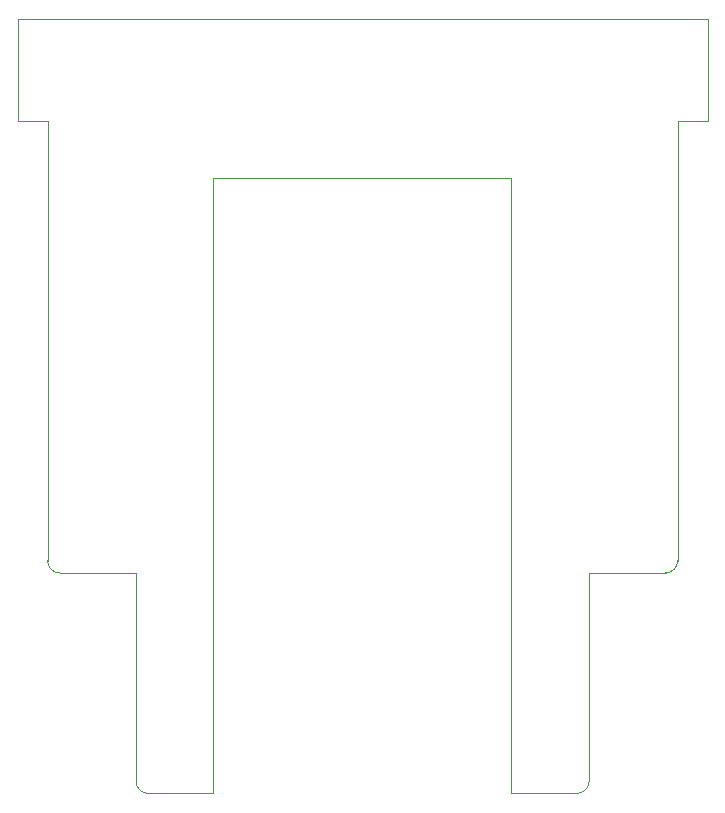
<source format=gbr>
%TF.GenerationSoftware,KiCad,Pcbnew,(5.1.9)-1*%
%TF.CreationDate,2022-02-08T17:06:21+09:00*%
%TF.ProjectId,pi-extend,70692d65-7874-4656-9e64-2e6b69636164,rev?*%
%TF.SameCoordinates,Original*%
%TF.FileFunction,Profile,NP*%
%FSLAX46Y46*%
G04 Gerber Fmt 4.6, Leading zero omitted, Abs format (unit mm)*
G04 Created by KiCad (PCBNEW (5.1.9)-1) date 2022-02-08 17:06:21*
%MOMM*%
%LPD*%
G01*
G04 APERTURE LIST*
%TA.AperFunction,Profile*%
%ADD10C,0.050000*%
%TD*%
G04 APERTURE END LIST*
D10*
X137160000Y-110363000D02*
G75*
G02*
X136144000Y-109347000I0J1016000D01*
G01*
X144653000Y-129032000D02*
G75*
G02*
X143637000Y-128016000I0J1016000D01*
G01*
X181991000Y-128016000D02*
G75*
G02*
X180975000Y-129032000I-1016000J0D01*
G01*
X189484000Y-109347000D02*
G75*
G02*
X188468000Y-110363000I-1016000J0D01*
G01*
X189484000Y-72136000D02*
X189484000Y-109347000D01*
X189484000Y-72136000D02*
X192024000Y-72136000D01*
X136144000Y-72136000D02*
X136144000Y-109347000D01*
X136144000Y-72136000D02*
X133604000Y-72136000D01*
X143637000Y-110363000D02*
X143637000Y-128016000D01*
X143637000Y-110363000D02*
X137160000Y-110363000D01*
X181991000Y-110363000D02*
X181991000Y-128016000D01*
X188468000Y-110363000D02*
X181991000Y-110363000D01*
X150164800Y-129032000D02*
X150164800Y-76962000D01*
X144653000Y-129032000D02*
X150164800Y-129032000D01*
X133604000Y-63500000D02*
X133604000Y-72136000D01*
X192024000Y-63500000D02*
X133604000Y-63500000D01*
X192024000Y-72136000D02*
X192024000Y-63500000D01*
X175412400Y-129032000D02*
X180975000Y-129032000D01*
X175412400Y-76962000D02*
X175412400Y-129032000D01*
X150164800Y-76962000D02*
X175412400Y-76962000D01*
M02*

</source>
